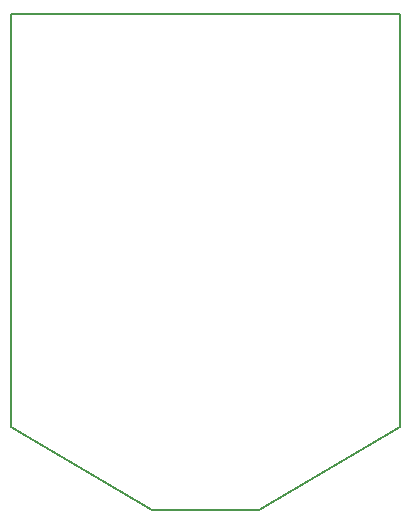
<source format=gm1>
G04 #@! TF.FileFunction,Profile,NP*
%FSLAX46Y46*%
G04 Gerber Fmt 4.6, Leading zero omitted, Abs format (unit mm)*
G04 Created by KiCad (PCBNEW 4.0.7-e2-6376~61~ubuntu18.04.1) date Wed Jun  6 20:56:43 2018*
%MOMM*%
%LPD*%
G01*
G04 APERTURE LIST*
%ADD10C,0.100000*%
%ADD11C,0.150000*%
G04 APERTURE END LIST*
D10*
D11*
X145000000Y-176000000D02*
X133000000Y-183000000D01*
X133000000Y-183000000D02*
X124000000Y-183000000D01*
X112000000Y-176000000D02*
X112000000Y-141000000D01*
X124000000Y-183000000D02*
X112000000Y-176000000D01*
X145000000Y-141000000D02*
X145000000Y-176000000D01*
X112000000Y-141000000D02*
X145000000Y-141000000D01*
M02*

</source>
